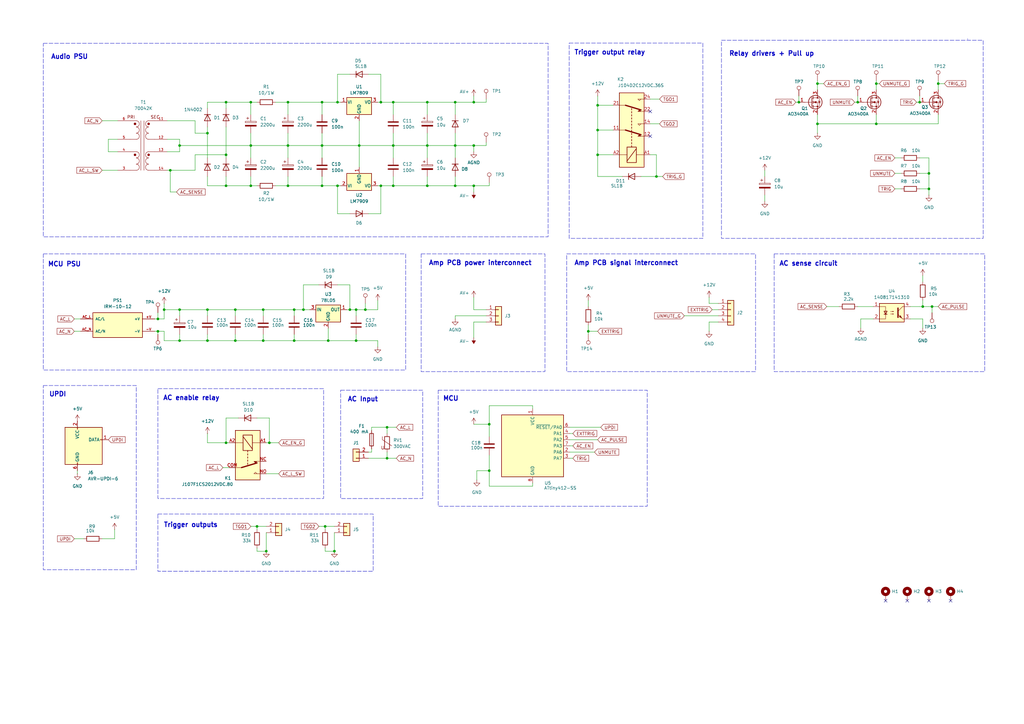
<source format=kicad_sch>
(kicad_sch (version 20231120) (generator "eeschema") (generator_version "8.0")
  (paper "A3")
  (title_block (title "PSU PCB") (date "2024-08-22") (rev "1"))
  (junction (at 143.51 127))
  (junction (at 105.41 215.9))
  (junction (at 67.31 127))
  (junction (at 138.43 76.2))
  (junction (at 132.08 41.91))
  (junction (at 102.87 76.2))
  (junction (at 269.24 72.39))
  (junction (at 175.26 41.91))
  (junction (at 382.27 125.73))
  (junction (at 138.43 41.91))
  (junction (at 73.66 59.69))
  (junction (at 359.41 34.29))
  (junction (at 107.95 139.7))
  (junction (at 92.71 181.61))
  (junction (at 96.52 127))
  (junction (at 85.09 54.61))
  (junction (at 124.46 127))
  (junction (at 107.95 127))
  (junction (at 194.31 76.2))
  (junction (at 158.75 187.96))
  (junction (at 92.71 76.2))
  (junction (at 64.77 130.81))
  (junction (at 92.71 41.91))
  (junction (at 64.77 135.89))
  (junction (at 359.41 50.8))
  (junction (at 92.71 63.5))
  (junction (at 194.31 41.91))
  (junction (at 384.81 34.29))
  (junction (at 161.29 76.2))
  (junction (at 335.28 50.8))
  (junction (at 132.08 76.2))
  (junction (at 118.11 76.2))
  (junction (at 146.05 127))
  (junction (at 175.26 76.2))
  (junction (at 109.22 226.06))
  (junction (at 73.66 139.7))
  (junction (at 186.69 76.2))
  (junction (at 335.28 34.29))
  (junction (at 120.65 139.7))
  (junction (at 194.31 59.69))
  (junction (at 147.32 59.69))
  (junction (at 118.11 41.91))
  (junction (at 186.69 41.91))
  (junction (at 85.09 139.7))
  (junction (at 241.3 135.89))
  (junction (at 110.49 181.61))
  (junction (at 102.87 41.91))
  (junction (at 245.11 63.5))
  (junction (at 73.66 127))
  (junction (at 161.29 59.69))
  (junction (at 351.79 41.91))
  (junction (at 69.85 69.85))
  (junction (at 381 71.12))
  (junction (at 102.87 59.69))
  (junction (at 161.29 41.91))
  (junction (at 133.35 215.9))
  (junction (at 134.62 139.7))
  (junction (at 120.65 127))
  (junction (at 200.66 193.04))
  (junction (at 158.75 175.26))
  (junction (at 156.21 76.2))
  (junction (at 381 77.47))
  (junction (at 137.16 226.06))
  (junction (at 132.08 59.69))
  (junction (at 96.52 139.7))
  (junction (at 245.11 53.34))
  (junction (at 118.11 59.69))
  (junction (at 146.05 139.7))
  (junction (at 186.69 59.69))
  (junction (at 175.26 59.69))
  (junction (at 200.66 173.99))
  (junction (at 378.46 125.73))
  (junction (at 327.66 41.91))
  (junction (at 245.11 43.18))
  (junction (at 156.21 41.91))
  (junction (at 149.86 127))
  (junction (at 85.09 127))
  (junction (at 377.19 41.91))
  (no_connect (at 266.7 55.88))
  (no_connect (at 372.11 246.38))
  (no_connect (at 266.7 45.72))
  (no_connect (at 389.89 246.38))
  (no_connect (at 363.22 246.38))
  (no_connect (at 381 246.38))
  (wire (pts (xy 118.11 59.69) (xy 118.11 64.77)))
  (wire (pts (xy 85.09 139.7) (xy 96.52 139.7)))
  (wire (pts (xy 68.58 49.53) (xy 80.01 49.53)))
  (wire (pts (xy 175.26 59.69) (xy 186.69 59.69)))
  (wire (pts (xy 102.87 41.91) (xy 102.87 46.99)))
  (wire (pts (xy 378.46 125.73) (xy 382.27 125.73)))
  (wire (pts (xy 382.27 125.73) (xy 384.81 125.73)))
  (wire (pts (xy 118.11 41.91) (xy 132.08 41.91)))
  (wire (pts (xy 30.48 135.89) (xy 33.02 135.89)))
  (wire (pts (xy 199.39 58.42) (xy 199.39 59.69)))
  (wire (pts (xy 73.66 59.69) (xy 102.87 59.69)))
  (wire (pts (xy 92.71 181.61) (xy 92.71 171.45)))
  (wire (pts (xy 194.31 59.69) (xy 194.31 62.23)))
  (wire (pts (xy 44.45 62.23) (xy 48.26 62.23)))
  (wire (pts (xy 107.95 127) (xy 107.95 129.54)))
  (wire (pts (xy 109.22 181.61) (xy 110.49 181.61)))
  (wire (pts (xy 80.01 69.85) (xy 80.01 63.5)))
  (wire (pts (xy 269.24 72.39) (xy 271.78 72.39)))
  (polyline (pts (xy 396.748 16.002) (xy 397.002 16.002)))
  (wire (pts (xy 118.11 54.61) (xy 118.11 59.69)))
  (wire (pts (xy 241.3 135.89) (xy 245.11 135.89)))
  (wire (pts (xy 120.65 139.7) (xy 120.65 137.16)))
  (wire (pts (xy 68.58 69.85) (xy 69.85 69.85)))
  (wire (pts (xy 200.66 76.2) (xy 194.31 76.2)))
  (wire (pts (xy 200.66 173.99) (xy 200.66 166.37)))
  (wire (pts (xy 102.87 76.2) (xy 105.41 76.2)))
  (wire (pts (xy 146.05 139.7) (xy 146.05 137.16)))
  (wire (pts (xy 48.26 57.15) (xy 44.45 57.15)))
  (wire (pts (xy 85.09 54.61) (xy 85.09 52.07)))
  (wire (pts (xy 44.45 57.15) (xy 44.45 62.23)))
  (wire (pts (xy 68.58 57.15) (xy 73.66 57.15)))
  (wire (pts (xy 134.62 139.7) (xy 120.65 139.7)))
  (wire (pts (xy 72.39 78.74) (xy 69.85 78.74)))
  (wire (pts (xy 109.22 226.06) (xy 105.41 226.06)))
  (wire (pts (xy 351.79 39.37) (xy 351.79 41.91)))
  (wire (pts (xy 158.75 185.42) (xy 158.75 187.96)))
  (wire (pts (xy 195.58 193.04) (xy 200.66 193.04)))
  (wire (pts (xy 132.08 41.91) (xy 132.08 46.99)))
  (wire (pts (xy 64.77 130.81) (xy 67.31 130.81)))
  (wire (pts (xy 80.01 49.53) (xy 80.01 54.61)))
  (wire (pts (xy 194.31 41.91) (xy 194.31 39.37)))
  (wire (pts (xy 335.28 50.8) (xy 359.41 50.8)))
  (wire (pts (xy 143.51 87.63) (xy 138.43 87.63)))
  (wire (pts (xy 85.09 137.16) (xy 85.09 139.7)))
  (wire (pts (xy 381 71.12) (xy 381 77.47)))
  (wire (pts (xy 175.26 41.91) (xy 175.26 46.99)))
  (wire (pts (xy 133.35 215.9) (xy 133.35 217.17)))
  (wire (pts (xy 132.08 59.69) (xy 132.08 64.77)))
  (wire (pts (xy 92.71 41.91) (xy 92.71 44.45)))
  (wire (pts (xy 245.11 39.37) (xy 245.11 43.18)))
  (wire (pts (xy 110.49 181.61) (xy 114.3 181.61)))
  (wire (pts (xy 92.71 76.2) (xy 102.87 76.2)))
  (wire (pts (xy 92.71 52.07) (xy 92.71 63.5)))
  (wire (pts (xy 96.52 139.7) (xy 107.95 139.7)))
  (wire (pts (xy 63.5 135.89) (xy 64.77 135.89)))
  (wire (pts (xy 194.31 173.99) (xy 200.66 173.99)))
  (wire (pts (xy 327.66 39.37) (xy 327.66 41.91)))
  (wire (pts (xy 130.81 215.9) (xy 133.35 215.9)))
  (wire (pts (xy 233.68 177.8) (xy 234.95 177.8)))
  (wire (pts (xy 105.41 215.9) (xy 105.41 217.17)))
  (wire (pts (xy 80.01 63.5) (xy 92.71 63.5)))
  (wire (pts (xy 381 64.77) (xy 381 71.12)))
  (wire (pts (xy 175.26 72.39) (xy 175.26 76.2)))
  (wire (pts (xy 241.3 123.19) (xy 241.3 125.73)))
  (wire (pts (xy 359.41 50.8) (xy 384.81 50.8)))
  (wire (pts (xy 378.46 130.81) (xy 378.46 134.62)))
  (wire (pts (xy 156.21 30.48) (xy 156.21 41.91)))
  (wire (pts (xy 350.52 41.91) (xy 351.79 41.91)))
  (wire (pts (xy 102.87 72.39) (xy 102.87 76.2)))
  (wire (pts (xy 233.68 182.88) (xy 234.95 182.88)))
  (wire (pts (xy 151.13 30.48) (xy 156.21 30.48)))
  (wire (pts (xy 120.65 127) (xy 124.46 127)))
  (wire (pts (xy 96.52 127) (xy 96.52 129.54)))
  (wire (pts (xy 194.31 76.2) (xy 194.31 78.74)))
  (wire (pts (xy 194.31 138.43) (xy 194.31 132.08)))
  (wire (pts (xy 73.66 127) (xy 85.09 127)))
  (wire (pts (xy 186.69 59.69) (xy 186.69 64.77)))
  (wire (pts (xy 41.91 49.53) (xy 48.26 49.53)))
  (wire (pts (xy 152.4 175.26) (xy 158.75 175.26)))
  (wire (pts (xy 194.31 132.08) (xy 199.39 132.08)))
  (wire (pts (xy 154.94 41.91) (xy 156.21 41.91)))
  (wire (pts (xy 73.66 137.16) (xy 73.66 139.7)))
  (wire (pts (xy 245.11 53.34) (xy 245.11 63.5)))
  (wire (pts (xy 156.21 76.2) (xy 161.29 76.2)))
  (wire (pts (xy 375.92 41.91) (xy 377.19 41.91)))
  (wire (pts (xy 85.09 54.61) (xy 85.09 64.77)))
  (wire (pts (xy 200.66 199.39) (xy 218.44 199.39)))
  (wire (pts (xy 64.77 135.89) (xy 64.77 137.16)))
  (wire (pts (xy 186.69 41.91) (xy 194.31 41.91)))
  (wire (pts (xy 109.22 194.31) (xy 114.3 194.31)))
  (wire (pts (xy 124.46 116.84) (xy 124.46 127)))
  (wire (pts (xy 133.35 226.06) (xy 133.35 224.79)))
  (wire (pts (xy 118.11 41.91) (xy 118.11 46.99)))
  (wire (pts (xy 262.89 72.39) (xy 269.24 72.39)))
  (wire (pts (xy 143.51 127) (xy 146.05 127)))
  (wire (pts (xy 335.28 34.29) (xy 337.82 34.29)))
  (wire (pts (xy 367.03 64.77) (xy 369.57 64.77)))
  (wire (pts (xy 292.1 127) (xy 294.64 127)))
  (wire (pts (xy 63.5 130.81) (xy 64.77 130.81)))
  (wire (pts (xy 158.75 175.26) (xy 162.56 175.26)))
  (wire (pts (xy 130.81 116.84) (xy 124.46 116.84)))
  (wire (pts (xy 151.13 187.96) (xy 158.75 187.96)))
  (wire (pts (xy 138.43 41.91) (xy 139.7 41.91)))
  (wire (pts (xy 186.69 76.2) (xy 194.31 76.2)))
  (wire (pts (xy 326.39 41.91) (xy 327.66 41.91)))
  (wire (pts (xy 158.75 187.96) (xy 162.56 187.96)))
  (wire (pts (xy 146.05 139.7) (xy 134.62 139.7)))
  (wire (pts (xy 245.11 43.18) (xy 251.46 43.18)))
  (wire (pts (xy 41.91 69.85) (xy 48.26 69.85)))
  (wire (pts (xy 186.69 129.54) (xy 199.39 129.54)))
  (wire (pts (xy 67.31 127) (xy 73.66 127)))
  (wire (pts (xy 359.41 46.99) (xy 359.41 50.8)))
  (wire (pts (xy 85.09 44.45) (xy 85.09 41.91)))
  (wire (pts (xy 359.41 34.29) (xy 360.68 34.29)))
  (wire (pts (xy 92.71 63.5) (xy 92.71 64.77)))
  (wire (pts (xy 154.94 139.7) (xy 154.94 142.24)))
  (wire (pts (xy 359.41 36.83) (xy 359.41 34.29)))
  (wire (pts (xy 245.11 63.5) (xy 251.46 63.5)))
  (wire (pts (xy 96.52 137.16) (xy 96.52 139.7)))
  (wire (pts (xy 67.31 139.7) (xy 73.66 139.7)))
  (wire (pts (xy 186.69 59.69) (xy 194.31 59.69)))
  (wire (pts (xy 200.66 74.93) (xy 200.66 76.2)))
  (wire (pts (xy 233.68 185.42) (xy 243.84 185.42)))
  (wire (pts (xy 41.91 220.98) (xy 46.99 220.98)))
  (wire (pts (xy 85.09 72.39) (xy 85.09 76.2)))
  (wire (pts (xy 93.98 181.61) (xy 92.71 181.61)))
  (wire (pts (xy 107.95 139.7) (xy 120.65 139.7)))
  (wire (pts (xy 335.28 50.8) (xy 335.28 54.61)))
  (wire (pts (xy 118.11 76.2) (xy 132.08 76.2)))
  (wire (pts (xy 175.26 54.61) (xy 175.26 59.69)))
  (wire (pts (xy 200.66 186.69) (xy 200.66 193.04)))
  (wire (pts (xy 102.87 215.9) (xy 105.41 215.9)))
  (wire (pts (xy 367.03 77.47) (xy 369.57 77.47)))
  (wire (pts (xy 378.46 113.03) (xy 378.46 115.57)))
  (wire (pts (xy 175.26 59.69) (xy 175.26 64.77)))
  (wire (pts (xy 200.66 193.04) (xy 200.66 199.39)))
  (wire (pts (xy 152.4 175.26) (xy 152.4 176.53)))
  (wire (pts (xy 132.08 76.2) (xy 138.43 76.2)))
  (wire (pts (xy 69.85 69.85) (xy 80.01 69.85)))
  (wire (pts (xy 109.22 218.44) (xy 109.22 226.06)))
  (wire (pts (xy 161.29 76.2) (xy 175.26 76.2)))
  (wire (pts (xy 241.3 135.89) (xy 241.3 137.16)))
  (wire (pts (xy 382.27 125.73) (xy 382.27 128.27)))
  (wire (pts (xy 194.31 121.92) (xy 194.31 127)))
  (wire (pts (xy 335.28 33.02) (xy 335.28 34.29)))
  (wire (pts (xy 138.43 76.2) (xy 139.7 76.2)))
  (wire (pts (xy 110.49 171.45) (xy 105.41 171.45)))
  (wire (pts (xy 146.05 127) (xy 149.86 127)))
  (wire (pts (xy 186.69 72.39) (xy 186.69 76.2)))
  (wire (pts (xy 266.7 40.64) (xy 270.51 40.64)))
  (wire (pts (xy 290.83 121.92) (xy 290.83 124.46)))
  (wire (pts (xy 138.43 30.48) (xy 138.43 41.91)))
  (wire (pts (xy 138.43 116.84) (xy 143.51 116.84)))
  (wire (pts (xy 353.06 134.62) (xy 353.06 130.81)))
  (wire (pts (xy 241.3 133.35) (xy 241.3 135.89)))
  (wire (pts (xy 175.26 41.91) (xy 186.69 41.91)))
  (wire (pts (xy 124.46 127) (xy 127 127)))
  (wire (pts (xy 233.68 175.26) (xy 246.38 175.26)))
  (wire (pts (xy 280.67 129.54) (xy 294.64 129.54)))
  (wire (pts (xy 377.19 77.47) (xy 381 77.47)))
  (wire (pts (xy 351.79 125.73) (xy 358.14 125.73)))
  (wire (pts (xy 161.29 41.91) (xy 161.29 46.99)))
  (wire (pts (xy 67.31 127) (xy 67.31 124.46)))
  (wire (pts (xy 105.41 226.06) (xy 105.41 224.79)))
  (wire (pts (xy 245.11 63.5) (xy 245.11 72.39)))
  (wire (pts (xy 92.71 41.91) (xy 102.87 41.91)))
  (wire (pts (xy 384.81 33.02) (xy 384.81 34.29)))
  (wire (pts (xy 92.71 171.45) (xy 97.79 171.45)))
  (wire (pts (xy 67.31 135.89) (xy 67.31 139.7)))
  (wire (pts (xy 80.01 54.61) (xy 85.09 54.61)))
  (wire (pts (xy 378.46 125.73) (xy 378.46 123.19)))
  (wire (pts (xy 186.69 54.61) (xy 186.69 59.69)))
  (wire (pts (xy 151.13 87.63) (xy 156.21 87.63)))
  (wire (pts (xy 384.81 36.83) (xy 384.81 34.29)))
  (wire (pts (xy 373.38 130.81) (xy 378.46 130.81)))
  (wire (pts (xy 152.4 184.15) (xy 152.4 185.42)))
  (wire (pts (xy 154.94 127) (xy 154.94 123.19)))
  (wire (pts (xy 290.83 135.89) (xy 290.83 132.08)))
  (wire (pts (xy 113.03 41.91) (xy 118.11 41.91)))
  (wire (pts (xy 233.68 187.96) (xy 234.95 187.96)))
  (wire (pts (xy 133.35 215.9) (xy 137.16 215.9)))
  (wire (pts (xy 73.66 139.7) (xy 85.09 139.7)))
  (wire (pts (xy 85.09 41.91) (xy 92.71 41.91)))
  (wire (pts (xy 245.11 53.34) (xy 251.46 53.34)))
  (wire (pts (xy 67.31 130.81) (xy 67.31 127)))
  (wire (pts (xy 245.11 43.18) (xy 245.11 53.34)))
  (wire (pts (xy 269.24 72.39) (xy 269.24 63.5)))
  (wire (pts (xy 107.95 137.16) (xy 107.95 139.7)))
  (wire (pts (xy 73.66 127) (xy 73.66 129.54)))
  (wire (pts (xy 85.09 76.2) (xy 92.71 76.2)))
  (wire (pts (xy 218.44 166.37) (xy 218.44 167.64)))
  (wire (pts (xy 161.29 54.61) (xy 161.29 59.69)))
  (wire (pts (xy 186.69 41.91) (xy 186.69 46.99)))
  (wire (pts (xy 367.03 71.12) (xy 369.57 71.12)))
  (wire (pts (xy 120.65 127) (xy 120.65 129.54)))
  (wire (pts (xy 161.29 72.39) (xy 161.29 76.2)))
  (wire (pts (xy 384.81 34.29) (xy 387.35 34.29)))
  (wire (pts (xy 266.7 63.5) (xy 269.24 63.5)))
  (wire (pts (xy 313.69 69.85) (xy 313.69 72.39)))
  (wire (pts (xy 102.87 54.61) (xy 102.87 59.69)))
  (wire (pts (xy 377.19 71.12) (xy 381 71.12)))
  (wire (pts (xy 156.21 87.63) (xy 156.21 76.2)))
  (wire (pts (xy 143.51 30.48) (xy 138.43 30.48)))
  (wire (pts (xy 68.58 62.23) (xy 73.66 62.23)))
  (wire (pts (xy 92.71 76.2) (xy 92.71 72.39)))
  (wire (pts (xy 147.32 49.53) (xy 147.32 59.69)))
  (wire (pts (xy 146.05 139.7) (xy 154.94 139.7)))
  (wire (pts (xy 118.11 59.69) (xy 132.08 59.69)))
  (wire (pts (xy 149.86 124.46) (xy 149.86 127)))
  (wire (pts (xy 339.09 125.73) (xy 344.17 125.73)))
  (wire (pts (xy 134.62 139.7) (xy 134.62 134.62)))
  (wire (pts (xy 113.03 76.2) (xy 118.11 76.2)))
  (wire (pts (xy 161.29 59.69) (xy 175.26 59.69)))
  (wire (pts (xy 132.08 59.69) (xy 147.32 59.69)))
  (wire (pts (xy 200.66 166.37) (xy 218.44 166.37)))
  (wire (pts (xy 353.06 130.81) (xy 358.14 130.81)))
  (wire (pts (xy 107.95 127) (xy 120.65 127)))
  (wire (pts (xy 381 77.47) (xy 381 80.01)))
  (wire (pts (xy 137.16 226.06) (xy 133.35 226.06)))
  (wire (pts (xy 233.68 180.34) (xy 245.11 180.34)))
  (wire (pts (xy 142.24 127) (xy 143.51 127)))
  (wire (pts (xy 105.41 215.9) (xy 109.22 215.9)))
  (wire (pts (xy 30.48 130.81) (xy 33.02 130.81)))
  (wire (pts (xy 85.09 127) (xy 85.09 129.54)))
  (wire (pts (xy 335.28 36.83) (xy 335.28 34.29)))
  (wire (pts (xy 161.29 59.69) (xy 161.29 64.77)))
  (wire (pts (xy 245.11 72.39) (xy 255.27 72.39)))
  (wire (pts (xy 175.26 76.2) (xy 186.69 76.2)))
  (wire (pts (xy 69.85 78.74) (xy 69.85 69.85)))
  (wire (pts (xy 137.16 218.44) (xy 137.16 226.06)))
  (wire (pts (xy 200.66 179.07) (xy 200.66 173.99)))
  (wire (pts (xy 154.94 76.2) (xy 156.21 76.2)))
  (wire (pts (xy 132.08 72.39) (xy 132.08 76.2)))
  (wire (pts (xy 147.32 59.69) (xy 161.29 59.69)))
  (wire (pts (xy 266.7 50.8) (xy 270.51 50.8)))
  (wire (pts (xy 218.44 198.12) (xy 218.44 199.39)))
  (wire (pts (xy 96.52 127) (xy 107.95 127)))
  (wire (pts (xy 313.69 80.01) (xy 313.69 82.55)))
  (wire (pts (xy 132.08 41.91) (xy 138.43 41.91)))
  (wire (pts (xy 102.87 59.69) (xy 102.87 64.77)))
  (wire (pts (xy 186.69 130.81) (xy 186.69 129.54)))
  (wire (pts (xy 64.77 135.89) (xy 67.31 135.89)))
  (wire (pts (xy 194.31 127) (xy 199.39 127)))
  (wire (pts (xy 138.43 87.63) (xy 138.43 76.2)))
  (wire (pts (xy 156.21 41.91) (xy 161.29 41.91)))
  (wire (pts (xy 199.39 41.91) (xy 194.31 41.91)))
  (wire (pts (xy 91.44 191.77) (xy 93.98 191.77)))
  (wire (pts (xy 158.75 175.26) (xy 158.75 177.8)))
  (wire (pts (xy 146.05 127) (xy 146.05 129.54)))
  (wire (pts (xy 199.39 59.69) (xy 194.31 59.69)))
  (wire (pts (xy 64.77 128.27) (xy 64.77 130.81)))
  (wire (pts (xy 335.28 46.99) (xy 335.28 50.8)))
  (wire (pts (xy 73.66 57.15) (xy 73.66 59.69)))
  (wire (pts (xy 118.11 72.39) (xy 118.11 76.2)))
  (wire (pts (xy 85.09 181.61) (xy 85.09 177.8)))
  (wire (pts (xy 199.39 40.64) (xy 199.39 41.91)))
  (wire (pts (xy 149.86 127) (xy 154.94 127)))
  (wire (pts (xy 152.4 185.42) (xy 151.13 185.42)))
  (wire (pts (xy 373.38 125.73) (xy 378.46 125.73)))
  (wire (pts (xy 46.99 217.17) (xy 46.99 220.98)))
  (wire (pts (xy 290.83 124.46) (xy 294.64 124.46)))
  (wire (pts (xy 102.87 59.69) (xy 118.11 59.69)))
  (wire (pts (xy 73.66 59.69) (xy 73.66 62.23)))
  (wire (pts (xy 384.81 46.99) (xy 384.81 50.8)))
  (wire (pts (xy 31.75 193.04) (xy 31.75 194.31)))
  (wire (pts (xy 132.08 54.61) (xy 132.08 59.69)))
  (wire (pts (xy 30.48 220.98) (xy 34.29 220.98)))
  (wire (pts (xy 85.09 127) (xy 96.52 127)))
  (wire (pts (xy 85.09 181.61) (xy 92.71 181.61)))
  (wire (pts (xy 377.19 64.77) (xy 381 64.77)))
  (wire (pts (xy 359.41 33.02) (xy 359.41 34.29)))
  (wire (pts (xy 102.87 41.91) (xy 105.41 41.91)))
  (wire (pts (xy 290.83 132.08) (xy 294.64 132.08)))
  (wire (pts (xy 377.19 39.37) (xy 377.19 41.91)))
  (wire (pts (xy 143.51 116.84) (xy 143.51 127)))
  (wire (pts (xy 147.32 59.69) (xy 147.32 68.58)))
  (wire (pts (xy 195.58 196.85) (xy 195.58 193.04)))
  (wire (pts (xy 161.29 41.91) (xy 175.26 41.91)))
  (wire (pts (xy 110.49 181.61) (xy 110.49 171.45)))
  (rectangle (start 17.78 104.14) (end 166.37 151.765) (stroke (width 0) (type dash)))
  (rectangle (start 317.5 104.14) (end 403.86 152.4) (stroke (width 0) (type dash)))
  (rectangle (start 232.41 104.14) (end 309.88 152.4) (stroke (width 0) (type dash)))
  (rectangle (start 64.77 210.82) (end 153.035 234.315) (stroke (width 0) (type dash)))
  (rectangle (start 233.426 17.653) (end 288.29 97.79) (stroke (width 0) (type dash)))
  (rectangle (start 172.72 104.14) (end 223.52 152.4) (stroke (width 0) (type dash)))
  (rectangle (start 139.7 160.02) (end 173.355 204.47) (stroke (width 0) (type dash)))
  (rectangle (start 295.91 16.51) (end 403.225 97.79) (stroke (width 0) (type dash)))
  (rectangle (start 17.78 17.78) (end 224.79 97.155) (stroke (width 0) (type dash)))
  (rectangle (start 179.705 160.02) (end 265.43 207.645) (stroke (width 0) (type dash)))
  (rectangle (start 17.78 158.115) (end 55.88 233.68) (stroke (width 0) (type dash)))
  (rectangle (start 64.77 159.385) (end 132.715 204.47) (stroke (width 0) (type dash)))
  (text "Amp PCB signal interconnect" (at 235.458 107.95 0) (effects (font (size 1.905 1.905) (thickness 0.381) (bold yes)) (justify left)))
  (text "Trigger output relay" (at 235.458 21.59 0) (effects (font (size 1.905 1.905) (thickness 0.381) (bold yes)) (justify left)))
  (text "Amp PCB power interconnect" (at 175.768 107.95 0) (effects (font (size 1.905 1.905) (thickness 0.381) (bold yes)) (justify left)))
  (text "AC sense circuit" (at 319.532 108.204 0) (effects (font (size 1.905 1.905) (thickness 0.381) (bold yes)) (justify left)))
  (text "Relay drivers + Pull up" (at 298.958 22.098 0) (effects (font (size 1.905 1.905) (thickness 0.381) (bold yes)) (justify left)))
  (text "Audio PSU\n" (at 20.828 23.368 0) (effects (font (size 1.905 1.905) (thickness 0.381) (bold yes)) (justify left)))
  (text "Trigger outputs" (at 67.056 215.392 0) (effects (font (size 1.905 1.905) (thickness 0.381) (bold yes)) (justify left)))
  (text "MCU PSU" (at 19.558 108.458 0) (effects (font (size 1.905 1.905) (thickness 0.381) (bold yes)) (justify left)))
  (text "AC Input" (at 142.494 163.83 0) (effects (font (size 1.905 1.905) (thickness 0.381) (bold yes)) (justify left)))
  (text "AC enable relay" (at 66.802 163.322 0) (effects (font (size 1.905 1.905) (thickness 0.381) (bold yes)) (justify left)))
  (text "UPDI" (at 20.066 161.798 0) (effects (font (size 1.905 1.905) (thickness 0.381) (bold yes)) (justify left)))
  (text "MCU" (at 181.61 163.576 0) (effects (font (size 1.905 1.905) (thickness 0.381) (bold yes)) (justify left)))
  (global_label "AC_PULSE" (shape input) (at 245.11 180.34 0) (property "Intersheetrefs" "${INTERSHEET_REFS}" (effects (hide yes))))
  (global_label "TRIG" (shape input) (at 375.92 41.91 180) (property "Intersheetrefs" "${INTERSHEET_REFS}" (effects (hide yes))))
  (global_label "UNMUTE_G" (shape input) (at 280.67 129.54 180) (property "Intersheetrefs" "${INTERSHEET_REFS}" (effects (hide yes))))
  (global_label "AC_L_SW" (shape input) (at 41.91 69.85 180) (property "Intersheetrefs" "${INTERSHEET_REFS}" (effects (hide yes))))
  (global_label "AC_EN_G" (shape input) (at 337.82 34.29 0) (property "Intersheetrefs" "${INTERSHEET_REFS}" (effects (hide yes))))
  (global_label "AC_EN" (shape input) (at 367.03 64.77 180) (property "Intersheetrefs" "${INTERSHEET_REFS}" (effects (hide yes))))
  (global_label "AC_L" (shape input) (at 30.48 130.81 180) (property "Intersheetrefs" "${INTERSHEET_REFS}" (effects (hide yes))))
  (global_label "AC_EN" (shape input) (at 234.95 182.88 0) (property "Intersheetrefs" "${INTERSHEET_REFS}" (effects (hide yes))))
  (global_label "AC_L" (shape input) (at 162.56 175.26 0) (property "Intersheetrefs" "${INTERSHEET_REFS}" (effects (hide yes))))
  (global_label "UPDI" (shape input) (at 30.48 220.98 180) (property "Intersheetrefs" "${INTERSHEET_REFS}" (effects (hide yes))))
  (global_label "UNMUTE" (shape input) (at 243.84 185.42 0) (property "Intersheetrefs" "${INTERSHEET_REFS}" (effects (hide yes))))
  (global_label "AC_L" (shape input) (at 91.44 191.77 180) (property "Intersheetrefs" "${INTERSHEET_REFS}" (effects (hide yes))))
  (global_label "AC_EN_G" (shape input) (at 114.3 181.61 0) (property "Intersheetrefs" "${INTERSHEET_REFS}" (effects (hide yes))))
  (global_label "TGO2" (shape input) (at 270.51 50.8 0) (property "Intersheetrefs" "${INTERSHEET_REFS}" (effects (hide yes))))
  (global_label "AC_N" (shape input) (at 162.56 187.96 0) (property "Intersheetrefs" "${INTERSHEET_REFS}" (effects (hide yes))))
  (global_label "TRIG" (shape input) (at 367.03 77.47 180) (property "Intersheetrefs" "${INTERSHEET_REFS}" (effects (hide yes))))
  (global_label "AC_N" (shape input) (at 30.48 135.89 180) (property "Intersheetrefs" "${INTERSHEET_REFS}" (effects (hide yes))))
  (global_label "UNMUTE" (shape input) (at 350.52 41.91 180) (property "Intersheetrefs" "${INTERSHEET_REFS}" (effects (hide yes))))
  (global_label "TGO1" (shape input) (at 270.51 40.64 0) (property "Intersheetrefs" "${INTERSHEET_REFS}" (effects (hide yes))))
  (global_label "UPDI" (shape input) (at 246.38 175.26 0) (property "Intersheetrefs" "${INTERSHEET_REFS}" (effects (hide yes))))
  (global_label "UPDI" (shape input) (at 44.45 180.34 0) (property "Intersheetrefs" "${INTERSHEET_REFS}" (effects (hide yes))))
  (global_label "TGO2" (shape input) (at 130.81 215.9 180) (property "Intersheetrefs" "${INTERSHEET_REFS}" (effects (hide yes))))
  (global_label "TGO1" (shape input) (at 102.87 215.9 180) (property "Intersheetrefs" "${INTERSHEET_REFS}" (effects (hide yes))))
  (global_label "EXTTRIG" (shape input) (at 234.95 177.8 0) (property "Intersheetrefs" "${INTERSHEET_REFS}" (effects (hide yes))))
  (global_label "AC_SENSE" (shape input) (at 339.09 125.73 180) (property "Intersheetrefs" "${INTERSHEET_REFS}" (effects (hide yes))))
  (global_label "EXTTRIG" (shape input) (at 245.11 135.89 0) (property "Intersheetrefs" "${INTERSHEET_REFS}" (effects (hide yes))))
  (global_label "UNMUTE" (shape input) (at 367.03 71.12 180) (property "Intersheetrefs" "${INTERSHEET_REFS}" (effects (hide yes))))
  (global_label "EXTTRIG" (shape input) (at 292.1 127 180) (property "Intersheetrefs" "${INTERSHEET_REFS}" (effects (hide yes))))
  (global_label "UNMUTE_G" (shape input) (at 360.68 34.29 0) (property "Intersheetrefs" "${INTERSHEET_REFS}" (effects (hide yes))))
  (global_label "AC_L_SW" (shape input) (at 114.3 194.31 0) (property "Intersheetrefs" "${INTERSHEET_REFS}" (effects (hide yes))))
  (global_label "TRIG_G" (shape input) (at 387.35 34.29 0) (property "Intersheetrefs" "${INTERSHEET_REFS}" (effects (hide yes))))
  (global_label "AC_SENSE" (shape input) (at 72.39 78.74 0) (property "Intersheetrefs" "${INTERSHEET_REFS}" (effects (hide yes))))
  (global_label "TRIG_G" (shape input) (at 271.78 72.39 0) (property "Intersheetrefs" "${INTERSHEET_REFS}" (effects (hide yes))))
  (global_label "TRIG" (shape input) (at 234.95 187.96 0) (property "Intersheetrefs" "${INTERSHEET_REFS}" (effects (hide yes))))
  (global_label "AC_N" (shape input) (at 41.91 49.53 180) (property "Intersheetrefs" "${INTERSHEET_REFS}" (effects (hide yes))))
  (global_label "AC_PULSE" (shape input) (at 384.81 125.73 0) (property "Intersheetrefs" "${INTERSHEET_REFS}" (effects (hide yes))))
  (global_label "AC_EN" (shape input) (at 326.39 41.91 180) (property "Intersheetrefs" "${INTERSHEET_REFS}" (effects (hide yes))))
  (symbol (lib_id "Diode:1N4002") (at 85.09 68.58 270) (unit 1)
    (property "Reference" "D2" (at 87.63 68.5799 90) (effects (justify left)))
    (property "Value" "1N4002" (effects (hide yes)))
    (property "Footprint" "Diode_THT:D_DO-41_SOD81_P10.16mm_Horizontal" (effects (hide yes)))
    (property "Datasheet" "http://www.vishay.com/docs/88503/1n4001.pdf" (effects (hide yes)))
    (property "Description" "100V 1A General Purpose Rectifier Diode, DO-41" (effects (hide yes)))
    (property "Sim.Device" "D" (effects (hide yes)))
    (property "Sim.Pins" "1=K 2=A" (effects (hide yes)))
  )
  (symbol (lib_id "Device:R") (at 109.22 41.91 90) (unit 1)
    (property "Reference" "R1" (at 109.22 35.56 90))
    (property "Value" "10/1W" (at 109.22 38.1 90))
    (property "Footprint" "Resistor_THT:R_Axial_DIN0411_L9.9mm_D3.6mm_P12.70mm_Horizontal" (effects (hide yes)))
    (property "Description" "Resistor" (effects (hide yes)))
  )
  (symbol (lib_id "power:GND") (at 335.28 54.61 0) (unit 1)
    (property "Reference" "#PWR0110" (effects (hide yes)))
    (property "Value" "GND" (at 335.28 59.69 0))
    (property "Description" "Power symbol creates a global label with name \"GND\" , ground" (effects (hide yes)))
  )
  (symbol (lib_id "Device:D") (at 101.6 171.45 0) (mirror x) (unit 1)
    (property "Reference" "D10" (at 101.854 168.148 0))
    (property "Value" "SL1B" (at 101.854 165.608 0))
    (property "Footprint" "Diode_SMD:D_SOD-123" (effects (hide yes)))
    (property "Description" "Diode" (effects (hide yes)))
    (property "Sim.Device" "D" (effects (hide yes)))
    (property "Sim.Pins" "1=K 2=A" (effects (hide yes)))
  )
  (symbol (lib_id "Regulator_Linear:L78L05_SOT89") (at 134.62 127 0) (unit 1)
    (property "Reference" "U3" (at 134.62 120.65 0))
    (property "Value" "78L05" (at 134.62 123.19 0))
    (property "Footprint" "Package_TO_SOT_SMD:SOT-89-3" (effects (hide yes)))
    (property "Datasheet" "http://www.st.com/content/ccc/resource/technical/document/datasheet/15/55/e5/aa/23/5b/43/fd/CD00000446.pdf/files/CD00000446.pdf/jcr:content/translations/en.CD00000446.pdf" (effects (hide yes)))
    (property "Description" "Positive 100mA 30V Linear Regulator, Fixed Output 5V, SOT-89" (effects (hide yes)))
  )
  (symbol (lib_id "Connector:TestPoint") (at 382.27 128.27 180) (unit 1)
    (property "Reference" "TP13" (at 384.048 134.112 0) (effects (justify left)))
    (property "Value" "TestPoint" (effects (hide yes)))
    (property "Footprint" "TestPoint:TestPoint_Pad_D1.0mm" (effects (hide yes)))
    (property "Description" "test point" (effects (hide yes)))
  )
  (symbol (lib_id "Connector:TestPoint") (at 359.41 33.02 0) (unit 1)
    (property "Reference" "TP11" (at 357.632 27.178 0) (effects (justify left)))
    (property "Value" "TestPoint" (effects (hide yes)))
    (property "Footprint" "TestPoint:TestPoint_Pad_D1.0mm" (effects (hide yes)))
    (property "Description" "test point" (effects (hide yes)))
  )
  (symbol (lib_id "power:+15V") (at 194.31 39.37 0) (mirror y) (unit 1)
    (property "Reference" "#PWR0128" (effects (hide yes)))
    (property "Value" "AV+" (at 190.5 37.592 0))
    (property "Description" "Power symbol creates a global label with name \"+15V\"" (effects (hide yes)))
  )
  (symbol (lib_id "Transistor_FET:AO3400A") (at 356.87 41.91 0) (unit 1)
    (property "Reference" "Q2" (at 352.806 44.45 0) (effects (justify left)))
    (property "Value" "AO3400A" (at 347.726 46.736 0) (effects (justify left)))
    (property "Footprint" "Package_TO_SOT_SMD:SOT-23" (effects (hide yes)))
    (property "Datasheet" "http://www.aosmd.com/pdfs/datasheet/AO3400A.pdf" (effects (hide yes)))
    (property "Description" "30V Vds, 5.7A Id, N-Channel MOSFET, SOT-23" (effects (hide yes)))
  )
  (symbol (lib_id "Device:D") (at 134.62 116.84 0) (mirror x) (unit 1)
    (property "Reference" "D9" (at 134.874 113.538 0))
    (property "Value" "SL1B" (at 134.874 110.998 0))
    (property "Footprint" "Diode_SMD:D_SOD-123" (effects (hide yes)))
    (property "Description" "Diode" (effects (hide yes)))
    (property "Sim.Device" "D" (effects (hide yes)))
    (property "Sim.Pins" "1=K 2=A" (effects (hide yes)))
  )
  (symbol (lib_id "Device:C") (at 107.95 133.35 0) (unit 1)
    (property "Reference" "C15" (at 111.76 131.318 0) (effects (justify left)))
    (property "Value" "100n" (at 111.506 133.35 0) (effects (justify left)))
    (property "Footprint" "Capacitor_THT:C_Disc_D3.8mm_W2.6mm_P2.50mm" (effects (hide yes)))
    (property "Description" "Unpolarized capacitor" (effects (hide yes)))
  )
  (symbol (lib_id "power:+15V") (at 194.31 121.92 0) (mirror y) (unit 1)
    (property "Reference" "#PWR0105" (effects (hide yes)))
    (property "Value" "AV+" (at 190.5 120.142 0))
    (property "Description" "Power symbol creates a global label with name \"+15V\"" (effects (hide yes)))
  )
  (symbol (lib_id "Mechanical:MountingHole_Pad") (at 389.89 243.84 0) (unit 1) (exclude_from_sim yes) (in_bom no)
    (property "Reference" "H4" (at 392.43 242.5699 0) (effects (justify left)))
    (property "Value" "MountingHole_Pad" (effects (hide yes)))
    (property "Footprint" "MountingHole:MountingHole_3.2mm_M3_Pad_Via" (effects (hide yes)))
    (property "Description" "Mounting Hole with connection" (effects (hide yes)))
  )
  (symbol (lib_id "Connector_Generic:Conn_01x02") (at 114.3 218.44 0) (mirror x) (unit 1)
    (property "Reference" "J4" (at 116.84 217.1701 0) (effects (justify left)))
    (property "Value" "Conn_01x02" (effects (hide yes)))
    (property "Footprint" "Connector_JST:JST_PH_B2B-PH-K_1x02_P2.00mm_Vertical" (effects (hide yes)))
    (property "Description" "Generic connector, single row, 01x02, script generated (kicad-library-utils/schlib/autogen/connector/)" (effects (hide yes)))
  )
  (symbol (lib_id "Mechanical:MountingHole_Pad") (at 372.11 243.84 0) (unit 1) (exclude_from_sim yes) (in_bom no)
    (property "Reference" "H2" (at 374.65 242.5699 0) (effects (justify left)))
    (property "Value" "MountingHole_Pad" (effects (hide yes)))
    (property "Footprint" "MountingHole:MountingHole_3.2mm_M3_Pad_Via" (effects (hide yes)))
    (property "Description" "Mounting Hole with connection" (effects (hide yes)))
  )
  (symbol (lib_id "Connector_Generic:Conn_01x04") (at 299.72 127 0) (unit 1)
    (property "Reference" "J2" (at 302.26 128.2699 0) (effects (justify left)))
    (property "Value" "Conn_01x04" (effects (hide yes)))
    (property "Footprint" "Connector_JST:JST_PH_B4B-PH-K_1x04_P2.00mm_Vertical" (effects (hide yes)))
    (property "Description" "Generic connector, single row, 01x04, script generated (kicad-library-utils/schlib/autogen/connector/)" (effects (hide yes)))
  )
  (symbol (lib_id "Connector:TestPoint") (at 377.19 39.37 0) (unit 1)
    (property "Reference" "TP9" (at 375.412 33.528 0) (effects (justify left)))
    (property "Value" "TestPoint" (effects (hide yes)))
    (property "Footprint" "TestPoint:TestPoint_Pad_D1.0mm" (effects (hide yes)))
    (property "Description" "test point" (effects (hide yes)))
  )
  (symbol (lib_id "Connector:TestPoint") (at 200.66 74.93 0) (unit 1)
    (property "Reference" "TP3" (at 203.2 71.6279 0) (effects (justify left)))
    (property "Value" "TestPoint" (effects (hide yes)))
    (property "Footprint" "TestPoint:TestPoint_Pad_D2.0mm" (effects (hide yes)))
    (property "Description" "test point" (effects (hide yes)))
  )
  (symbol (lib_id "Device:C") (at 146.05 133.35 0) (unit 1)
    (property "Reference" "C17" (at 149.86 131.318 0) (effects (justify left)))
    (property "Value" "100n" (at 149.606 133.35 0) (effects (justify left)))
    (property "Footprint" "Capacitor_THT:C_Disc_D3.8mm_W2.6mm_P2.50mm" (effects (hide yes)))
    (property "Description" "Unpolarized capacitor" (effects (hide yes)))
  )
  (symbol (lib_id "power:GND") (at 381 80.01 0) (unit 1)
    (property "Reference" "#PWR0101" (effects (hide yes)))
    (property "Value" "GND" (at 381 85.09 0))
    (property "Description" "Power symbol creates a global label with name \"GND\" , ground" (effects (hide yes)))
  )
  (symbol (lib_id "Connector:TestPoint") (at 64.77 137.16 180) (unit 1)
    (property "Reference" "TP6" (at 66.548 143.002 0) (effects (justify left)))
    (property "Value" "TestPoint" (effects (hide yes)))
    (property "Footprint" "TestPoint:TestPoint_Pad_D2.0mm" (effects (hide yes)))
    (property "Description" "test point" (effects (hide yes)))
  )
  (symbol (lib_id "Connector:TestPoint") (at 241.3 137.16 180) (unit 1)
    (property "Reference" "TP14" (at 243.078 143.002 0) (effects (justify left)))
    (property "Value" "TestPoint" (effects (hide yes)))
    (property "Footprint" "TestPoint:TestPoint_Pad_D1.0mm" (effects (hide yes)))
    (property "Description" "test point" (effects (hide yes)))
  )
  (symbol (lib_id "Device:C_Polarized") (at 102.87 68.58 0) (unit 1)
    (property "Reference" "C2" (at 106.68 66.4209 0) (effects (justify left)))
    (property "Value" "2200u" (at 106.68 68.9609 0) (effects (justify left)))
    (property "Footprint" "Capacitor_THT:CP_Radial_D16.0mm_P7.50mm" (effects (hide yes)))
    (property "Description" "Polarized capacitor" (effects (hide yes)))
  )
  (symbol (lib_id "Device:C_Polarized") (at 175.26 68.58 0) (unit 1)
    (property "Reference" "C6" (at 179.07 66.4209 0) (effects (justify left)))
    (property "Value" "10u" (at 179.07 68.9609 0) (effects (justify left)))
    (property "Footprint" "Capacitor_THT:CP_Radial_D5.0mm_P2.00mm" (effects (hide yes)))
    (property "Description" "Polarized capacitor" (effects (hide yes)))
  )
  (symbol (lib_id "Connector:TestPoint") (at 199.39 58.42 0) (unit 1)
    (property "Reference" "TP2" (at 201.93 55.1179 0) (effects (justify left)))
    (property "Value" "TestPoint" (effects (hide yes)))
    (property "Footprint" "TestPoint:TestPoint_Pad_D2.0mm" (effects (hide yes)))
    (property "Description" "test point" (effects (hide yes)))
  )
  (symbol (lib_id "Diode:1N4002") (at 92.71 68.58 270) (unit 1)
    (property "Reference" "D4" (at 95.25 68.5799 90) (effects (justify left)))
    (property "Value" "1N4002" (effects (hide yes)))
    (property "Footprint" "Diode_THT:D_DO-41_SOD81_P10.16mm_Horizontal" (effects (hide yes)))
    (property "Datasheet" "http://www.vishay.com/docs/88503/1n4001.pdf" (effects (hide yes)))
    (property "Description" "100V 1A General Purpose Rectifier Diode, DO-41" (effects (hide yes)))
    (property "Sim.Device" "D" (effects (hide yes)))
    (property "Sim.Pins" "1=K 2=A" (effects (hide yes)))
  )
  (symbol (lib_id "power:+12V") (at 31.75 172.72 0) (unit 1)
    (property "Reference" "#PWR0124" (effects (hide yes)))
    (property "Value" "+5V" (at 31.75 167.64 0))
    (property "Description" "Power symbol creates a global label with name \"+12V\"" (effects (hide yes)))
  )
  (symbol (lib_id "Device:D") (at 259.08 72.39 0) (unit 1)
    (property "Reference" "D11" (at 254.508 74.168 0))
    (property "Value" "SL1B" (at 252.984 76.2 0))
    (property "Footprint" "Diode_SMD:D_SOD-123" (effects (hide yes)))
    (property "Description" "Diode" (effects (hide yes)))
    (property "Sim.Device" "D" (effects (hide yes)))
    (property "Sim.Pins" "1=K 2=A" (effects (hide yes)))
  )
  (symbol (lib_id "gain_box:IRM-10-12") (at 48.26 133.35 0) (unit 1)
    (property "Reference" "PS1" (at 48.26 123.19 0))
    (property "Value" "IRM-10-12" (at 48.26 125.73 0))
    (property "Footprint" "project_lib:CONV_IRM-10-12" (effects (hide yes)))
    (property "MF" "MEAN WELL" (effects (hide yes)))
    (property "MAXIMUM_PACKAGE_HEIGHT" "21.5 mm" (effects (hide yes)))
    (property "Package" "None" (effects (hide yes)))
    (property "Price" "None" (effects (hide yes)))
    (property "Check_prices" "https://www.snapeda.com/parts/IRM-10-12/Mean+Well/view-part/?ref=eda" (effects (hide yes)))
    (property "STANDARD" "IPC 7351B" (effects (hide yes)))
    (property "PARTREV" "2022-04-25" (effects (hide yes)))
    (property "SnapEDA_Link" "https://www.snapeda.com/parts/IRM-10-12/Mean+Well/view-part/?ref=snap" (effects (hide yes)))
    (property "MP" "IRM-10-12" (effects (hide yes)))
    (property "Purchase-URL" "https://www.snapeda.com/api/url_track_click_mouser/?unipart_id=6837137&manufacturer=MEAN WELL&part_name=IRM-10-12&search_term=None" (effects (hide yes)))
    (property "Description_1" "\nPower Supply,AC-DC,12V,0.85A,100-264V In,Encapsulated,Thru-Hole,IRM Series | MEAN WELL IRM-10-12\n" (effects (hide yes)))
    (property "MANUFACTURER" "MEAN WELL USA" (effects (hide yes)))
    (property "Availability" "In Stock" (effects (hide yes)))
    (property "SNAPEDA_PN" "IRM-10-12" (effects (hide yes)))
  )
  (symbol (lib_id "power:GND") (at 194.31 62.23 0) (mirror y) (unit 1)
    (property "Reference" "#PWR0127" (effects (hide yes)))
    (property "Value" "AGND" (at 194.31 66.675 0))
    (property "Description" "Power symbol creates a global label with name \"GND\" , ground" (effects (hide yes)))
  )
  (symbol (lib_id "power:GND") (at 313.69 82.55 0) (unit 1)
    (property "Reference" "#PWR0108" (effects (hide yes)))
    (property "Value" "GND" (at 313.69 87.63 0))
    (property "Description" "Power symbol creates a global label with name \"GND\" , ground" (effects (hide yes)))
  )
  (symbol (lib_id "Device:C_Polarized") (at 118.11 68.58 0) (unit 1)
    (property "Reference" "C4" (at 121.92 66.4209 0) (effects (justify left)))
    (property "Value" "2200u" (at 121.92 68.9609 0) (effects (justify left)))
    (property "Footprint" "Capacitor_THT:CP_Radial_D16.0mm_P7.50mm" (effects (hide yes)))
    (property "Description" "Polarized capacitor" (effects (hide yes)))
  )
  (symbol (lib_id "Diode:1N4002") (at 186.69 50.8 270) (unit 1)
    (property "Reference" "D7" (at 189.738 49.53 90) (effects (justify left)))
    (property "Value" "SL1B" (effects (hide yes)))
    (property "Footprint" "Diode_SMD:D_SOD-123" (effects (hide yes)))
    (property "Datasheet" "http://www.vishay.com/docs/88503/1n4001.pdf" (effects (hide yes)))
    (property "Description" "100V 1A General Purpose Rectifier Diode, DO-41" (effects (hide yes)))
    (property "Sim.Device" "D" (effects (hide yes)))
    (property "Sim.Pins" "1=K 2=A" (effects (hide yes)))
  )
  (symbol (lib_id "power:+12V") (at 46.99 217.17 0) (unit 1)
    (property "Reference" "#PWR0125" (effects (hide yes)))
    (property "Value" "+5V" (at 46.99 212.09 0))
    (property "Description" "Power symbol creates a global label with name \"+12V\"" (effects (hide yes)))
  )
  (symbol (lib_id "Device:R") (at 109.22 76.2 90) (unit 1)
    (property "Reference" "R2" (at 109.22 79.248 90))
    (property "Value" "10/1W" (at 109.22 81.788 90))
    (property "Footprint" "Resistor_THT:R_Axial_DIN0411_L9.9mm_D3.6mm_P12.70mm_Horizontal" (effects (hide yes)))
    (property "Description" "Resistor" (effects (hide yes)))
  )
  (symbol (lib_id "power:GND") (at 378.46 134.62 0) (unit 1)
    (property "Reference" "#PWR0102" (effects (hide yes)))
    (property "Value" "GND" (at 378.46 139.7 0))
    (property "Description" "Power symbol creates a global label with name \"GND\" , ground" (effects (hide yes)))
  )
  (symbol (lib_id "power:+12V") (at 194.31 173.99 0) (unit 1)
    (property "Reference" "#PWR0115" (effects (hide yes)))
    (property "Value" "+5V" (at 194.31 168.91 0))
    (property "Description" "Power symbol creates a global label with name \"+12V\"" (effects (hide yes)))
  )
  (symbol (lib_id "Relay:FINDER-30.22") (at 259.08 53.34 270) (mirror x) (unit 1)
    (property "Reference" "K2" (at 254.508 32.512 90))
    (property "Value" "J104D2C12VDC.36S" (at 262.89 35.052 90))
    (property "Footprint" "Relay_THT:Relay_DPDT_Finder_30.22" (effects (hide yes)))
    (property "Datasheet" "http://gfinder.findernet.com/assets/Series/354/S30EN.pdf" (effects (hide yes)))
    (property "Description" "FINDER 30.52, Dual Pole Relay, Subminiature 5mm Pitch, 2A" (effects (hide yes)))
  )
  (symbol (lib_id "Connector:TestPoint") (at 351.79 39.37 0) (unit 1)
    (property "Reference" "TP8" (at 350.012 33.528 0) (effects (justify left)))
    (property "Value" "TestPoint" (effects (hide yes)))
    (property "Footprint" "TestPoint:TestPoint_Pad_D1.0mm" (effects (hide yes)))
    (property "Description" "test point" (effects (hide yes)))
  )
  (symbol (lib_id "Connector:TestPoint") (at 384.81 33.02 0) (unit 1)
    (property "Reference" "TP12" (at 383.032 27.178 0) (effects (justify left)))
    (property "Value" "TestPoint" (effects (hide yes)))
    (property "Footprint" "TestPoint:TestPoint_Pad_D1.0mm" (effects (hide yes)))
    (property "Description" "test point" (effects (hide yes)))
  )
  (symbol (lib_id "power:GND") (at 195.58 196.85 0) (unit 1)
    (property "Reference" "#PWR0117" (effects (hide yes)))
    (property "Value" "GND" (at 195.58 201.93 0))
    (property "Description" "Power symbol creates a global label with name \"GND\" , ground" (effects (hide yes)))
  )
  (symbol (lib_id "Mechanical:MountingHole_Pad") (at 381 243.84 0) (unit 1) (exclude_from_sim yes) (in_bom no)
    (property "Reference" "H3" (at 383.54 242.5699 0) (effects (justify left)))
    (property "Value" "MountingHole_Pad" (effects (hide yes)))
    (property "Footprint" "MountingHole:MountingHole_3.2mm_M3_Pad_Via" (effects (hide yes)))
    (property "Description" "Mounting Hole with connection" (effects (hide yes)))
  )
  (symbol (lib_id "Device:C") (at 96.52 133.35 0) (unit 1)
    (property "Reference" "C14" (at 100.33 131.318 0) (effects (justify left)))
    (property "Value" "100n" (at 100.076 133.35 0) (effects (justify left)))
    (property "Footprint" "Capacitor_THT:C_Disc_D3.8mm_W2.6mm_P2.50mm" (effects (hide yes)))
    (property "Description" "Unpolarized capacitor" (effects (hide yes)))
  )
  (symbol (lib_id "Device:R") (at 38.1 220.98 270) (mirror x) (unit 1)
    (property "Reference" "R9" (at 39.116 215.9 90) (effects (justify right)))
    (property "Value" "10k" (at 38.862 217.678 90) (effects (justify right)))
    (property "Footprint" "Resistor_SMD:R_0805_2012Metric_Pad1.20x1.40mm_HandSolder" (effects (hide yes)))
    (property "Description" "Resistor" (effects (hide yes)))
  )
  (symbol (lib_id "Device:C") (at 200.66 182.88 0) (unit 1)
    (property "Reference" "C18" (at 193.294 181.61 0) (effects (justify left)))
    (property "Value" "100n" (at 193.04 183.642 0) (effects (justify left)))
    (property "Footprint" "Capacitor_THT:C_Disc_D3.8mm_W2.6mm_P2.50mm" (effects (hide yes)))
    (property "Description" "Unpolarized capacitor" (effects (hide yes)))
  )
  (symbol (lib_id "Connector:TestPoint") (at 335.28 33.02 0) (unit 1)
    (property "Reference" "TP10" (at 333.502 27.178 0) (effects (justify left)))
    (property "Value" "TestPoint" (effects (hide yes)))
    (property "Footprint" "TestPoint:TestPoint_Pad_D1.0mm" (effects (hide yes)))
    (property "Description" "test point" (effects (hide yes)))
  )
  (symbol (lib_id "Device:R") (at 241.3 129.54 0) (mirror x) (unit 1)
    (property "Reference" "R4" (at 247.142 128.524 0) (effects (justify right)))
    (property "Value" "10k" (at 247.396 130.81 0) (effects (justify right)))
    (property "Footprint" "Resistor_SMD:R_0805_2012Metric_Pad1.20x1.40mm_HandSolder" (effects (hide yes)))
    (property "Description" "Resistor" (effects (hide yes)))
  )
  (symbol (lib_id "Device:C") (at 85.09 133.35 0) (unit 1)
    (property "Reference" "C13" (at 88.9 131.318 0) (effects (justify left)))
    (property "Value" "100n" (at 88.646 133.35 0) (effects (justify left)))
    (property "Footprint" "Capacitor_THT:C_Disc_D3.8mm_W2.6mm_P2.50mm" (effects (hide yes)))
    (property "Description" "Unpolarized capacitor" (effects (hide yes)))
  )
  (symbol (lib_id "Regulator_Linear:LM7909_TO220") (at 147.32 76.2 0) (unit 1)
    (property "Reference" "U2" (at 147.32 80.01 0))
    (property "Value" "LM7909" (at 147.32 82.55 0))
    (property "Footprint" "Package_TO_SOT_THT:TO-220-3_Vertical" (effects (hide yes)))
    (property "Datasheet" "https://www.onsemi.com/pub/Collateral/MC7900-D.PDF" (effects (hide yes)))
    (property "Description" "Negative 1A 35V Linear Regulator, Fixed Output 9V, TO-220" (effects (hide yes)))
  )
  (symbol (lib_id "Device:R") (at 373.38 64.77 90) (mirror x) (unit 1)
    (property "Reference" "R6" (at 369.316 61.722 90) (effects (justify right)))
    (property "Value" "10k" (at 373.888 61.722 90) (effects (justify right)))
    (property "Footprint" "Resistor_SMD:R_0805_2012Metric_Pad1.20x1.40mm_HandSolder" (effects (hide yes)))
    (property "Description" "Resistor" (effects (hide yes)))
  )
  (symbol (lib_id "Connector:TestPoint") (at 149.86 124.46 0) (unit 1)
    (property "Reference" "TP5" (at 148.082 118.618 0) (effects (justify left)))
    (property "Value" "TestPoint" (effects (hide yes)))
    (property "Footprint" "TestPoint:TestPoint_Pad_D2.0mm" (effects (hide yes)))
    (property "Description" "test point" (effects (hide yes)))
  )
  (symbol (lib_id "Diode:1N4002") (at 92.71 48.26 270) (unit 1)
    (property "Reference" "D3" (at 95.25 48.2599 90) (effects (justify left)))
    (property "Value" "1N4002" (effects (hide yes)))
    (property "Footprint" "Diode_THT:D_DO-41_SOD81_P10.16mm_Horizontal" (effects (hide yes)))
    (property "Datasheet" "http://www.vishay.com/docs/88503/1n4001.pdf" (effects (hide yes)))
    (property "Description" "100V 1A General Purpose Rectifier Diode, DO-41" (effects (hide yes)))
    (property "Sim.Device" "D" (effects (hide yes)))
    (property "Sim.Pins" "1=K 2=A" (effects (hide yes)))
  )
  (symbol (lib_id "power:+12V") (at 67.31 124.46 0) (unit 1)
    (property "Reference" "#PWR0121" (effects (hide yes)))
    (property "Value" "+12V" (at 67.31 119.38 0))
    (property "Description" "Power symbol creates a global label with name \"+12V\"" (effects (hide yes)))
  )
  (symbol (lib_id "Connector_Generic:Conn_01x03") (at 204.47 129.54 0) (unit 1)
    (property "Reference" "J3" (at 207.01 129.5399 0) (effects (justify left)))
    (property "Value" "Conn_01x03" (effects (hide yes)))
    (property "Footprint" "Connector_JST:JST_VH_B3P-VH-B_1x03_P3.96mm_Vertical" (effects (hide yes)))
    (property "Description" "Generic connector, single row, 01x03, script generated (kicad-library-utils/schlib/autogen/connector/)" (effects (hide yes)))
  )
  (symbol (lib_id "Connector:TestPoint") (at 199.39 40.64 0) (unit 1)
    (property "Reference" "TP1" (at 201.93 37.3379 0) (effects (justify left)))
    (property "Value" "TestPoint" (effects (hide yes)))
    (property "Footprint" "TestPoint:TestPoint_Pad_D2.0mm" (effects (hide yes)))
    (property "Description" "test point" (effects (hide yes)))
  )
  (symbol (lib_id "Device:C") (at 132.08 68.58 0) (unit 1)
    (property "Reference" "C10" (at 135.89 67.3099 0) (effects (justify left)))
    (property "Value" "100n" (at 135.89 69.8499 0) (effects (justify left)))
    (property "Footprint" "Capacitor_THT:C_Disc_D3.8mm_W2.6mm_P2.50mm" (effects (hide yes)))
    (property "Description" "Unpolarized capacitor" (effects (hide yes)))
  )
  (symbol (lib_id "Device:C") (at 161.29 68.58 0) (unit 1)
    (property "Reference" "C12" (at 165.1 67.3099 0) (effects (justify left)))
    (property "Value" "100n" (at 165.1 69.8499 0) (effects (justify left)))
    (property "Footprint" "Capacitor_THT:C_Disc_D3.8mm_W2.6mm_P2.50mm" (effects (hide yes)))
    (property "Description" "Unpolarized capacitor" (effects (hide yes)))
  )
  (symbol (lib_id "Device:C_Polarized") (at 73.66 133.35 0) (unit 1)
    (property "Reference" "C7" (at 76.708 132.08 0) (effects (justify left)))
    (property "Value" "10u" (at 76.962 134.112 0) (effects (justify left)))
    (property "Footprint" "Capacitor_THT:CP_Radial_D5.0mm_P2.00mm" (effects (hide yes)))
    (property "Description" "Polarized capacitor" (effects (hide yes)))
  )
  (symbol (lib_id "Device:C") (at 132.08 50.8 0) (unit 1)
    (property "Reference" "C9" (at 135.89 49.5299 0) (effects (justify left)))
    (property "Value" "100n" (at 135.89 52.0699 0) (effects (justify left)))
    (property "Footprint" "Capacitor_THT:C_Disc_D3.8mm_W2.6mm_P2.50mm" (effects (hide yes)))
    (property "Description" "Unpolarized capacitor" (effects (hide yes)))
  )
  (symbol (lib_id "Mechanical:MountingHole_Pad") (at 363.22 243.84 0) (unit 1) (exclude_from_sim yes) (in_bom no)
    (property "Reference" "H1" (at 365.76 242.5699 0) (effects (justify left)))
    (property "Value" "MountingHole_Pad" (effects (hide yes)))
    (property "Footprint" "MountingHole:MountingHole_3.2mm_M3_Pad_Via" (effects (hide yes)))
    (property "Description" "Mounting Hole with connection" (effects (hide yes)))
  )
  (symbol (lib_id "Device:R") (at 378.46 119.38 0) (mirror x) (unit 1)
    (property "Reference" "R5" (at 384.302 118.364 0) (effects (justify right)))
    (property "Value" "10k" (at 384.556 120.65 0) (effects (justify right)))
    (property "Footprint" "Resistor_SMD:R_0805_2012Metric_Pad1.20x1.40mm_HandSolder" (effects (hide yes)))
    (property "Description" "Resistor" (effects (hide yes)))
  )
  (symbol (lib_id "power:+12V") (at 290.83 121.92 0) (unit 1)
    (property "Reference" "#PWR0113" (effects (hide yes)))
    (property "Value" "+12V" (at 290.83 116.84 0))
    (property "Description" "Power symbol creates a global label with name \"+12V\"" (effects (hide yes)))
  )
  (symbol (lib_id "power:GND") (at 290.83 135.89 0) (unit 1)
    (property "Reference" "#PWR0114" (effects (hide yes)))
    (property "Value" "GND" (at 290.83 140.97 0))
    (property "Description" "Power symbol creates a global label with name \"GND\" , ground" (effects (hide yes)))
  )
  (symbol (lib_id "power:GND") (at 31.75 194.31 0) (unit 1)
    (property "Reference" "#PWR0126" (effects (hide yes)))
    (property "Value" "GND" (at 31.75 199.39 0))
    (property "Description" "Power symbol creates a global label with name \"GND\" , ground" (effects (hide yes)))
  )
  (symbol (lib_id "Device:C_Polarized") (at 102.87 50.8 0) (unit 1)
    (property "Reference" "C1" (at 106.68 48.6409 0) (effects (justify left)))
    (property "Value" "2200u" (at 106.68 51.1809 0) (effects (justify left)))
    (property "Footprint" "Capacitor_THT:CP_Radial_D16.0mm_P7.50mm" (effects (hide yes)))
    (property "Description" "Polarized capacitor" (effects (hide yes)))
  )
  (symbol (lib_id "power:+12V") (at 313.69 69.85 0) (mirror y) (unit 1)
    (property "Reference" "#PWR0109" (effects (hide yes)))
    (property "Value" "+12V" (at 313.69 64.77 0))
    (property "Description" "Power symbol creates a global label with name \"+12V\"" (effects (hide yes)))
  )
  (symbol (lib_id "Transistor_FET:AO3400A") (at 332.74 41.91 0) (unit 1)
    (property "Reference" "Q1" (at 328.676 44.45 0) (effects (justify left)))
    (property "Value" "AO3400A" (at 323.088 46.736 0) (effects (justify left)))
    (property "Footprint" "Package_TO_SOT_SMD:SOT-23" (effects (hide yes)))
    (property "Datasheet" "http://www.aosmd.com/pdfs/datasheet/AO3400A.pdf" (effects (hide yes)))
    (property "Description" "30V Vds, 5.7A Id, N-Channel MOSFET, SOT-23" (effects (hide yes)))
  )
  (symbol (lib_id "Device:R") (at 373.38 77.47 90) (mirror x) (unit 1)
    (property "Reference" "R8" (at 369.316 74.422 90) (effects (justify right)))
    (property "Value" "10k" (at 373.888 74.422 90) (effects (justify right)))
    (property "Footprint" "Resistor_SMD:R_0805_2012Metric_Pad1.20x1.40mm_HandSolder" (effects (hide yes)))
    (property "Description" "Resistor" (effects (hide yes)))
  )
  (symbol (lib_id "Device:C_Polarized") (at 118.11 50.8 0) (unit 1)
    (property "Reference" "C3" (at 121.92 48.6409 0) (effects (justify left)))
    (property "Value" "2200u" (at 121.92 51.1809 0) (effects (justify left)))
    (property "Footprint" "Capacitor_THT:CP_Radial_D16.0mm_P7.50mm" (effects (hide yes)))
    (property "Description" "Polarized capacitor" (effects (hide yes)))
  )
  (symbol (lib_id "Device:C") (at 161.29 50.8 0) (unit 1)
    (property "Reference" "C11" (at 165.1 49.5299 0) (effects (justify left)))
    (property "Value" "100n" (at 165.1 52.0699 0) (effects (justify left)))
    (property "Footprint" "Capacitor_THT:C_Disc_D3.8mm_W2.6mm_P2.50mm" (effects (hide yes)))
    (property "Description" "Unpolarized capacitor" (effects (hide yes)))
  )
  (symbol (lib_id "Diode:1N4002") (at 186.69 68.58 270) (unit 1)
    (property "Reference" "D8" (at 189.23 69.342 90) (effects (justify left)))
    (property "Value" "SL1B" (effects (hide yes)))
    (property "Footprint" "Diode_SMD:D_SOD-123" (effects (hide yes)))
    (property "Datasheet" "http://www.vishay.com/docs/88503/1n4001.pdf" (effects (hide yes)))
    (property "Description" "100V 1A General Purpose Rectifier Diode, DO-41" (effects (hide yes)))
    (property "Sim.Device" "D" (effects (hide yes)))
    (property "Sim.Pins" "1=K 2=A" (effects (hide yes)))
  )
  (symbol (lib_id "power:GND") (at 154.94 142.24 0) (unit 1)
    (property "Reference" "#PWR0120" (effects (hide yes)))
    (property "Value" "GND" (at 154.94 147.32 0))
    (property "Description" "Power symbol creates a global label with name \"GND\" , ground" (effects (hide yes)))
  )
  (symbol (lib_id "Connector:AVR-UPDI-6") (at 34.29 182.88 0) (unit 1)
    (property "Reference" "J6" (at 38.354 193.802 0) (effects (justify right)))
    (property "Value" "AVR-UPDI-6" (at 48.514 196.342 0) (effects (justify right)))
    (property "Footprint" "Connector_PinHeader_2.54mm:PinHeader_2x03_P2.54mm_Vertical" (effects (hide yes)))
    (property "Datasheet" "https://www.microchip.com/webdoc/GUID-9D10622A-5C16-4405-B092-1BDD437B4976/index.html?GUID-9B349315-2842-4189-B88C-49F4E1055D7F" (effects (hide yes)))
    (property "Description" "Atmel 6-pin UPDI connector" (effects (hide yes)))
  )
  (symbol (lib_id "Device:Fuse") (at 152.4 180.34 180) (unit 1)
    (property "Reference" "F1" (at 147.066 174.752 0) (effects (justify right)))
    (property "Value" "400 mA" (at 143.51 177.038 0) (effects (justify right)))
    (property "Footprint" "Fuse:Fuseholder_Clip-5x20mm_Bel_FC-203-22_Lateral_P17.80x5.00mm_D1.17mm_Horizontal" (effects (hide yes)))
    (property "Description" "Fuse" (effects (hide yes)))
  )
  (symbol (lib_id "Diode:1N4002") (at 147.32 87.63 180) (unit 1)
    (property "Reference" "D6" (at 148.59 91.44 0) (effects (justify left)))
    (property "Value" "SL1B" (effects (hide yes)))
    (property "Footprint" "Diode_SMD:D_SOD-123" (effects (hide yes)))
    (property "Datasheet" "http://www.vishay.com/docs/88503/1n4001.pdf" (effects (hide yes)))
    (property "Description" "100V 1A General Purpose Rectifier Diode, DO-41" (effects (hide yes)))
    (property "Sim.Device" "D" (effects (hide yes)))
    (property "Sim.Pins" "1=K 2=A" (effects (hide yes)))
  )
  (symbol (lib_id "Isolator:PC817") (at 365.76 128.27 0) (unit 1)
    (property "Reference" "U4" (at 365.76 119.38 0))
    (property "Value" "140817141310" (at 365.76 121.92 0))
    (property "Footprint" "Package_DIP:DIP-4_W7.62mm" (effects (hide yes)))
    (property "Datasheet" "https://www.we-online.com/components/products/datasheet/140817140110.pdf" (effects (hide yes)))
    (property "Description" "DC Optocoupler, Vce 35V, CTR 200-400%, DIP-4" (effects (hide yes)))
  )
  (symbol (lib_id "Device:C_Polarized") (at 313.69 76.2 0) (unit 1)
    (property "Reference" "C8" (at 317.5 74.0409 0) (effects (justify left)))
    (property "Value" "10u" (at 317.5 76.5809 0) (effects (justify left)))
    (property "Footprint" "Capacitor_THT:CP_Radial_D5.0mm_P2.00mm" (effects (hide yes)))
    (property "Description" "Polarized capacitor" (effects (hide yes)))
  )
  (symbol (lib_id "Device:R") (at 373.38 71.12 90) (mirror x) (unit 1)
    (property "Reference" "R7" (at 369.316 68.072 90) (effects (justify right)))
    (property "Value" "10k" (at 373.888 68.072 90) (effects (justify right)))
    (property "Footprint" "Resistor_SMD:R_0805_2012Metric_Pad1.20x1.40mm_HandSolder" (effects (hide yes)))
    (property "Description" "Resistor" (effects (hide yes)))
  )
  (symbol (lib_id "Device:C_Polarized") (at 175.26 50.8 0) (unit 1)
    (property "Reference" "C5" (at 179.07 48.6409 0) (effects (justify left)))
    (property "Value" "10u" (at 179.07 51.1809 0) (effects (justify left)))
    (property "Footprint" "Capacitor_THT:CP_Radial_D5.0mm_P2.00mm" (effects (hide yes)))
    (property "Description" "Polarized capacitor" (effects (hide yes)))
  )
  (symbol (lib_id "project_lib:RELAY_SRD-C") (at 101.6 186.69 270) (unit 1)
    (property "Reference" "K1" (at 93.472 196.088 90))
    (property "Value" "J107F1CS2012VDC.80" (at 85.09 198.628 90))
    (property "Footprint" "project_lib:RELAY_SRD-C" (effects (hide yes)))
    (property "Description" "Relay SPDT, monostable, EN50005" (effects (hide yes)))
  )
  (symbol (lib_id "power:GND") (at 137.16 226.06 0) (unit 1)
    (property "Reference" "#PWR0118" (effects (hide yes)))
    (property "Value" "GND" (at 137.16 231.14 0))
    (property "Description" "Power symbol creates a global label with name \"GND\" , ground" (effects (hide yes)))
  )
  (symbol (lib_id "power:GND") (at 186.69 130.81 0) (mirror y) (unit 1)
    (property "Reference" "#PWR0106" (effects (hide yes)))
    (property "Value" "AGND" (at 186.69 135.255 0))
    (property "Description" "Power symbol creates a global label with name \"GND\" , ground" (effects (hide yes)))
  )
  (symbol (lib_id "Diode:1N4002") (at 85.09 48.26 270) (unit 1)
    (property "Reference" "D1" (at 87.63 48.2599 90) (effects (justify left)))
    (property "Value" "1N4002" (at 75.438 44.958 90) (effects (justify left)))
    (property "Footprint" "Diode_THT:D_DO-41_SOD81_P10.16mm_Horizontal" (effects (hide yes)))
    (property "Datasheet" "http://www.vishay.com/docs/88503/1n4001.pdf" (effects (hide yes)))
    (property "Description" "100V 1A General Purpose Rectifier Diode, DO-41" (effects (hide yes)))
    (property "Sim.Device" "D" (effects (hide yes)))
    (property "Sim.Pins" "1=K 2=A" (effects (hide yes)))
  )
  (symbol (lib_id "Device:R") (at 347.98 125.73 90) (mirror x) (unit 1)
    (property "Reference" "R3" (at 345.948 120.65 90) (effects (justify right)))
    (property "Value" "2.2k" (at 345.948 122.682 90) (effects (justify right)))
    (property "Footprint" "Resistor_THT:R_Axial_DIN0207_L6.3mm_D2.5mm_P7.62mm_Horizontal" (effects (hide yes)))
    (property "Description" "Resistor" (effects (hide yes)))
  )
  (symbol (lib_id "power:-15V") (at 194.31 78.74 180) (unit 1)
    (property "Reference" "#PWR0129" (effects (hide yes)))
    (property "Value" "AV-" (at 190.5 80.264 0))
    (property "Description" "Power symbol creates a global label with name \"-15V\"" (effects (hide yes)))
  )
  (symbol (lib_id "power:GND") (at 109.22 226.06 0) (unit 1)
    (property "Reference" "#PWR0119" (effects (hide yes)))
    (property "Value" "GND" (at 109.22 231.14 0))
    (property "Description" "Power symbol creates a global label with name \"GND\" , ground" (effects (hide yes)))
  )
  (symbol (lib_id "power:+12V") (at 85.09 177.8 0) (unit 1)
    (property "Reference" "#PWR0123" (effects (hide yes)))
    (property "Value" "+12V" (at 85.09 172.72 0))
    (property "Description" "Power symbol creates a global label with name \"+12V\"" (effects (hide yes)))
  )
  (symbol (lib_id "MCU_Microchip_ATtiny:ATtiny412-SS") (at 218.44 182.88 0) (unit 1)
    (property "Reference" "U5" (at 226.06 198.12 0) (effects (justify right)))
    (property "Value" "ATtiny412-SS" (at 236.474 200.152 0) (effects (justify right)))
    (property "Footprint" "Package_SO:SOIC-8_3.9x4.9mm_P1.27mm" (effects (hide yes)))
    (property "Datasheet" "http://ww1.microchip.com/downloads/en/DeviceDoc/40001911A.pdf" (effects (hide yes)))
    (property "Description" "20MHz, 4kB Flash, 256B SRAM, 128B EEPROM, SOIC-8" (effects (hide yes)))
  )
  (symbol (lib_id "Device:C") (at 120.65 133.35 0) (unit 1)
    (property "Reference" "C16" (at 124.46 131.318 0) (effects (justify left)))
    (property "Value" "100n" (at 124.206 133.35 0) (effects (justify left)))
    (property "Footprint" "Capacitor_THT:C_Disc_D3.8mm_W2.6mm_P2.50mm" (effects (hide yes)))
    (property "Description" "Unpolarized capacitor" (effects (hide yes)))
  )
  (symbol (lib_id "Connector_Generic:Conn_01x02") (at 146.05 187.96 180) (unit 1)
    (property "Reference" "J1" (at 146.05 181.61 0))
    (property "Value" "Conn_01x02" (effects (hide yes)))
    (property "Footprint" "Connector_JST:JST_VH_B2P3-VH_1x02_P7.92mm_Vertical" (effects (hide yes)))
    (property "Description" "Generic connector, single row, 01x02, script generated (kicad-library-utils/schlib/autogen/connector/)" (effects (hide yes)))
  )
  (symbol (lib_id "power:+5V") (at 241.3 123.19 0) (unit 1)
    (property "Reference" "#PWR0112" (effects (hide yes)))
    (property "Value" "+5V" (at 241.3 118.11 0))
    (property "Description" "Power symbol creates a global label with name \"+5V\"" (effects (hide yes)))
  )
  (symbol (lib_id "Device:Varistor") (at 158.75 181.61 0) (unit 1)
    (property "Reference" "RV1" (at 161.29 180.5332 0) (effects (justify left)))
    (property "Value" "300VAC" (at 161.29 183.0732 0) (effects (justify left)))
    (property "Footprint" "Varistor:RV_Disc_D9mm_W4.5mm_P5mm" (effects (hide yes)))
    (property "Description" "Voltage dependent resistor" (effects (hide yes)))
    (property "Sim.Name" "kicad_builtin_varistor" (effects (hide yes)))
    (property "Sim.Device" "SUBCKT" (effects (hide yes)))
    (property "Sim.Pins" "1=A 2=B" (effects (hide yes)))
    (property "Sim.Params" "threshold=1k" (effects (hide yes)))
    (property "Sim.Library" "${KICAD7_SYMBOL_DIR}/Simulation_SPICE.sp" (effects (hide yes)))
  )
  (symbol (lib_id "power:+5V") (at 378.46 113.03 0) (unit 1)
    (property "Reference" "#PWR0103" (effects (hide yes)))
    (property "Value" "+5V" (at 378.46 107.95 0))
    (property "Description" "Power symbol creates a global label with name \"+5V\"" (effects (hide yes)))
  )
  (symbol (lib_id "Connector_Generic:Conn_01x02") (at 142.24 218.44 0) (mirror x) (unit 1)
    (property "Reference" "J5" (at 144.78 217.1701 0) (effects (justify left)))
    (property "Value" "Conn_01x02" (effects (hide yes)))
    (property "Footprint" "Connector_JST:JST_PH_B2B-PH-K_1x02_P2.00mm_Vertical" (effects (hide yes)))
    (property "Description" "Generic connector, single row, 01x02, script generated (kicad-library-utils/schlib/autogen/connector/)" (effects (hide yes)))
  )
  (symbol (lib_id "Connector:TestPoint") (at 64.77 128.27 0) (unit 1)
    (property "Reference" "TP4" (at 59.69 123.952 0) (effects (justify left)))
    (property "Value" "TestPoint" (effects (hide yes)))
    (property "Footprint" "TestPoint:TestPoint_Pad_D2.0mm" (effects (hide yes)))
    (property "Description" "test point" (effects (hide yes)))
  )
  (symbol (lib_id "Transistor_FET:AO3400A") (at 382.27 41.91 0) (unit 1)
    (property "Reference" "Q3" (at 377.952 43.942 0) (effects (justify left)))
    (property "Value" "AO3400A" (at 373.126 46.482 0) (effects (justify left)))
    (property "Footprint" "Package_TO_SOT_SMD:SOT-23" (effects (hide yes)))
    (property "Datasheet" "http://www.aosmd.com/pdfs/datasheet/AO3400A.pdf" (effects (hide yes)))
    (property "Description" "30V Vds, 5.7A Id, N-Channel MOSFET, SOT-23" (effects (hide yes)))
  )
  (symbol (lib_id "power:-15V") (at 194.31 138.43 180) (unit 1)
    (property "Reference" "#PWR0107" (effects (hide yes)))
    (property "Value" "AV-" (at 190.5 139.954 0))
    (property "Description" "Power symbol creates a global label with name \"-15V\"" (effects (hide yes)))
  )
  (symbol (lib_id "power:+12V") (at 245.11 39.37 0) (mirror y) (unit 1)
    (property "Reference" "#PWR0111" (effects (hide yes)))
    (property "Value" "+12V" (at 245.11 34.29 0))
    (property "Description" "Power symbol creates a global label with name \"+12V\"" (effects (hide yes)))
  )
  (symbol (lib_id "Device:R") (at 105.41 220.98 0) (mirror x) (unit 1)
    (property "Reference" "R10" (at 102.87 219.456 0) (effects (justify right)))
    (property "Value" "33k" (at 103.124 221.742 0) (effects (justify right)))
    (property "Footprint" "Resistor_THT:R_Axial_DIN0207_L6.3mm_D2.5mm_P7.62mm_Horizontal" (effects (hide yes)))
    (property "Description" "Resistor" (effects (hide yes)))
  )
  (symbol (lib_id "Regulator_Linear:LM7809_TO220") (at 147.32 41.91 0) (unit 1)
    (property "Reference" "U1" (at 147.32 35.56 0))
    (property "Value" "LM7809" (at 147.32 38.1 0))
    (property "Footprint" "Package_TO_SOT_THT:TO-220-3_Vertical" (effects (hide yes)))
    (property "Datasheet" "https://www.onsemi.cn/PowerSolutions/document/MC7800-D.PDF" (effects (hide yes)))
    (property "Description" "Positive 1A 35V Linear Regulator, Fixed Output 9V, TO-220" (effects (hide yes)))
  )
  (symbol (lib_id "Device:R") (at 133.35 220.98 0) (mirror x) (unit 1)
    (property "Reference" "R11" (at 130.81 219.456 0) (effects (justify right)))
    (property "Value" "33k" (at 131.064 221.742 0) (effects (justify right)))
    (property "Footprint" "Resistor_THT:R_Axial_DIN0207_L6.3mm_D2.5mm_P7.62mm_Horizontal" (effects (hide yes)))
    (property "Description" "Resistor" (effects (hide yes)))
  )
  (symbol (lib_id "Connector:TestPoint") (at 327.66 39.37 0) (unit 1)
    (property "Reference" "TP7" (at 325.882 33.528 0) (effects (justify left)))
    (property "Value" "TestPoint" (effects (hide yes)))
    (property "Footprint" "TestPoint:TestPoint_Pad_D1.0mm" (effects (hide yes)))
    (property "Description" "test point" (effects (hide yes)))
  )
  (symbol (lib_id "power:+12V") (at 154.94 123.19 0) (unit 1)
    (property "Reference" "#PWR0122" (effects (hide yes)))
    (property "Value" "+5V" (at 154.94 118.11 0))
    (property "Description" "Power symbol creates a global label with name \"+12V\"" (effects (hide yes)))
  )
  (symbol (lib_id "Diode:1N4002") (at 147.32 30.48 0) (unit 1)
    (property "Reference" "D5" (at 145.542 24.892 0) (effects (justify left)))
    (property "Value" "SL1B" (at 145.542 27.178 0) (effects (justify left)))
    (property "Footprint" "Diode_SMD:D_SOD-123" (effects (hide yes)))
    (property "Datasheet" "http://www.vishay.com/docs/88503/1n4001.pdf" (effects (hide yes)))
    (property "Description" "100V 1A General Purpose Rectifier Diode, DO-41" (effects (hide yes)))
    (property "Sim.Device" "D" (effects (hide yes)))
    (property "Sim.Pins" "1=K 2=A" (effects (hide yes)))
  )
  (symbol (lib_id "gain_box:70042K") (at 58.42 59.69 0) (unit 1)
    (property "Reference" "T1" (at 58.8214 41.91 0))
    (property "Value" "70042K" (at 58.8214 44.45 0))
    (property "Footprint" "project_lib:XFMR_70042K" (effects (hide yes)))
    (property "MF" "Nuvotem" (effects (hide yes)))
    (property "MAXIMUM_PACKAGE_HEIGHT" "26.0 mm" (effects (hide yes)))
    (property "Package" "None" (effects (hide yes)))
    (property "Price" "None" (effects (hide yes)))
    (property "PARTREV" "11/20" (effects (hide yes)))
    (property "SnapEDA_Link" "https://www.snapeda.com/parts/70041K/Nuvotem+Talema/view-part/?ref=snap" (effects (hide yes)))
    (property "MP" "70042K" (effects (hide yes)))
    (property "Description_1" "\nNuvotem Talema 115V ac, 230V ac, 2 x 12V ac Toroidal Transformer, 10VA 2 Output\n" (effects (hide yes)))
    (property "MANUFACTURER" "Talema" (effects (hide yes)))
  )
  (symbol (lib_id "power:GND") (at 353.06 134.62 0) (unit 1)
    (property "Reference" "#PWR0104" (effects (hide yes)))
    (property "Value" "AGND" (at 353.06 139.065 0))
    (property "Description" "Power symbol creates a global label with name \"GND\" , ground" (effects (hide yes)))
  )
)
</source>
